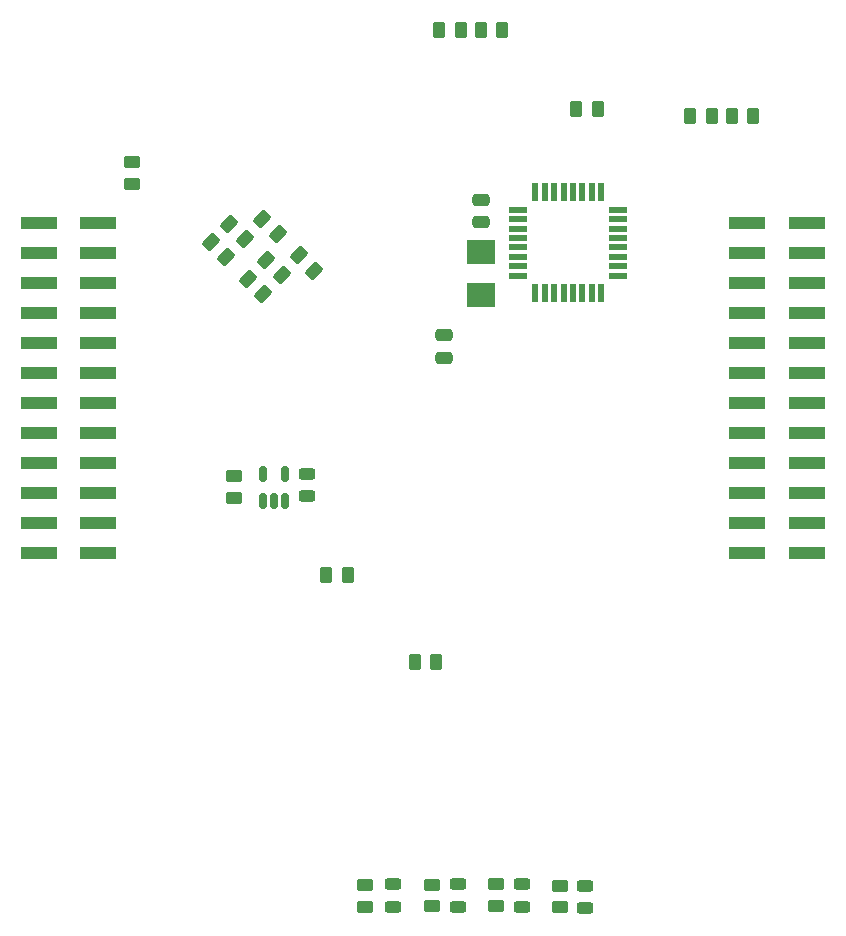
<source format=gbr>
%TF.GenerationSoftware,KiCad,Pcbnew,6.0.1*%
%TF.CreationDate,2022-02-10T21:42:24-06:00*%
%TF.ProjectId,POWER,504f5745-522e-46b6-9963-61645f706362,rev?*%
%TF.SameCoordinates,Original*%
%TF.FileFunction,Paste,Top*%
%TF.FilePolarity,Positive*%
%FSLAX46Y46*%
G04 Gerber Fmt 4.6, Leading zero omitted, Abs format (unit mm)*
G04 Created by KiCad (PCBNEW 6.0.1) date 2022-02-10 21:42:24*
%MOMM*%
%LPD*%
G01*
G04 APERTURE LIST*
G04 Aperture macros list*
%AMRoundRect*
0 Rectangle with rounded corners*
0 $1 Rounding radius*
0 $2 $3 $4 $5 $6 $7 $8 $9 X,Y pos of 4 corners*
0 Add a 4 corners polygon primitive as box body*
4,1,4,$2,$3,$4,$5,$6,$7,$8,$9,$2,$3,0*
0 Add four circle primitives for the rounded corners*
1,1,$1+$1,$2,$3*
1,1,$1+$1,$4,$5*
1,1,$1+$1,$6,$7*
1,1,$1+$1,$8,$9*
0 Add four rect primitives between the rounded corners*
20,1,$1+$1,$2,$3,$4,$5,0*
20,1,$1+$1,$4,$5,$6,$7,0*
20,1,$1+$1,$6,$7,$8,$9,0*
20,1,$1+$1,$8,$9,$2,$3,0*%
G04 Aperture macros list end*
%ADD10RoundRect,0.243750X-0.456250X0.243750X-0.456250X-0.243750X0.456250X-0.243750X0.456250X0.243750X0*%
%ADD11RoundRect,0.243750X0.456250X-0.243750X0.456250X0.243750X-0.456250X0.243750X-0.456250X-0.243750X0*%
%ADD12R,3.150000X1.000000*%
%ADD13RoundRect,0.250000X0.503814X0.132583X0.132583X0.503814X-0.503814X-0.132583X-0.132583X-0.503814X0*%
%ADD14RoundRect,0.250000X-0.475000X0.250000X-0.475000X-0.250000X0.475000X-0.250000X0.475000X0.250000X0*%
%ADD15RoundRect,0.250000X0.450000X-0.262500X0.450000X0.262500X-0.450000X0.262500X-0.450000X-0.262500X0*%
%ADD16RoundRect,0.250000X0.262500X0.450000X-0.262500X0.450000X-0.262500X-0.450000X0.262500X-0.450000X0*%
%ADD17R,1.600000X0.550000*%
%ADD18R,0.550000X1.600000*%
%ADD19RoundRect,0.250000X-0.262500X-0.450000X0.262500X-0.450000X0.262500X0.450000X-0.262500X0.450000X0*%
%ADD20RoundRect,0.250000X-0.450000X0.262500X-0.450000X-0.262500X0.450000X-0.262500X0.450000X0.262500X0*%
%ADD21RoundRect,0.250000X0.475000X-0.250000X0.475000X0.250000X-0.475000X0.250000X-0.475000X-0.250000X0*%
%ADD22RoundRect,0.150000X0.150000X-0.512500X0.150000X0.512500X-0.150000X0.512500X-0.150000X-0.512500X0*%
%ADD23R,2.400000X2.000000*%
G04 APERTURE END LIST*
D10*
%TO.C,D5*%
X86140000Y-162040000D03*
X86140000Y-163915000D03*
%TD*%
D11*
%TO.C,D3*%
X80800000Y-163907500D03*
X80800000Y-162032500D03*
%TD*%
D12*
%TO.C,J1*%
X110316000Y-133950000D03*
X105266000Y-133950000D03*
X110316000Y-131410000D03*
X105266000Y-131410000D03*
X110316000Y-128870000D03*
X105266000Y-128870000D03*
X110316000Y-126330000D03*
X105266000Y-126330000D03*
X110316000Y-123790000D03*
X105266000Y-123790000D03*
X110316000Y-121250000D03*
X105266000Y-121250000D03*
X110316000Y-118710000D03*
X105266000Y-118710000D03*
X110316000Y-116170000D03*
X105266000Y-116170000D03*
X110316000Y-113630000D03*
X105266000Y-113630000D03*
X110316000Y-111090000D03*
X105266000Y-111090000D03*
X110316000Y-108550000D03*
X105266000Y-108550000D03*
X110316000Y-106010000D03*
X105266000Y-106010000D03*
%TD*%
D11*
%TO.C,D2*%
X75230000Y-163907500D03*
X75230000Y-162032500D03*
%TD*%
D13*
%TO.C,R3*%
X65836235Y-110425235D03*
X64545765Y-109134765D03*
%TD*%
D14*
%TO.C,C1*%
X79600000Y-115550000D03*
X79600000Y-117450000D03*
%TD*%
D15*
%TO.C,R20*%
X89370000Y-163962500D03*
X89370000Y-162137500D03*
%TD*%
D13*
%TO.C,R10*%
X65481470Y-106970470D03*
X64191000Y-105680000D03*
%TD*%
D16*
%TO.C,R6*%
X102262500Y-97010000D03*
X100437500Y-97010000D03*
%TD*%
D17*
%TO.C,U2*%
X85850000Y-104900000D03*
X85850000Y-105700000D03*
X85850000Y-106500000D03*
X85850000Y-107300000D03*
X85850000Y-108100000D03*
X85850000Y-108900000D03*
X85850000Y-109700000D03*
X85850000Y-110500000D03*
D18*
X87300000Y-111950000D03*
X88100000Y-111950000D03*
X88900000Y-111950000D03*
X89700000Y-111950000D03*
X90500000Y-111950000D03*
X91300000Y-111950000D03*
X92100000Y-111950000D03*
X92900000Y-111950000D03*
D17*
X94350000Y-110500000D03*
X94350000Y-109700000D03*
X94350000Y-108900000D03*
X94350000Y-108100000D03*
X94350000Y-107300000D03*
X94350000Y-106500000D03*
X94350000Y-105700000D03*
X94350000Y-104900000D03*
D18*
X92900000Y-103450000D03*
X92100000Y-103450000D03*
X91300000Y-103450000D03*
X90500000Y-103450000D03*
X89700000Y-103450000D03*
X88900000Y-103450000D03*
X88100000Y-103450000D03*
X87300000Y-103450000D03*
%TD*%
D15*
%TO.C,R16*%
X72930000Y-163912500D03*
X72930000Y-162087500D03*
%TD*%
D10*
%TO.C,D4*%
X91490000Y-162150000D03*
X91490000Y-164025000D03*
%TD*%
D11*
%TO.C,D1*%
X68000000Y-129137500D03*
X68000000Y-127262500D03*
%TD*%
D13*
%TO.C,R2*%
X61136235Y-108925235D03*
X59845765Y-107634765D03*
%TD*%
D19*
%TO.C,R23*%
X90780000Y-96380000D03*
X92605000Y-96380000D03*
%TD*%
D20*
%TO.C,R13*%
X61800000Y-127487500D03*
X61800000Y-129312500D03*
%TD*%
D21*
%TO.C,C2*%
X82700000Y-105950000D03*
X82700000Y-104050000D03*
%TD*%
D19*
%TO.C,R8*%
X82687500Y-89700000D03*
X84512500Y-89700000D03*
%TD*%
D22*
%TO.C,U1*%
X64250000Y-129537500D03*
X65200000Y-129537500D03*
X66150000Y-129537500D03*
X66150000Y-127262500D03*
X64250000Y-127262500D03*
%TD*%
D19*
%TO.C,R22*%
X69587500Y-135800000D03*
X71412500Y-135800000D03*
%TD*%
%TO.C,R7*%
X79187500Y-89700000D03*
X81012500Y-89700000D03*
%TD*%
D13*
%TO.C,R9*%
X68581470Y-110070470D03*
X67291000Y-108780000D03*
%TD*%
%TO.C,R4*%
X62691000Y-107380000D03*
X61400530Y-106089530D03*
%TD*%
D16*
%TO.C,R5*%
X105762500Y-97010000D03*
X103937500Y-97010000D03*
%TD*%
D20*
%TO.C,R21*%
X84010000Y-162040000D03*
X84010000Y-163865000D03*
%TD*%
D23*
%TO.C,Y1*%
X82700000Y-112150000D03*
X82700000Y-108450000D03*
%TD*%
D12*
%TO.C,J3*%
X45266000Y-106010000D03*
X50316000Y-106010000D03*
X45266000Y-108550000D03*
X50316000Y-108550000D03*
X45266000Y-111090000D03*
X50316000Y-111090000D03*
X45266000Y-113630000D03*
X50316000Y-113630000D03*
X45266000Y-116170000D03*
X50316000Y-116170000D03*
X45266000Y-118710000D03*
X50316000Y-118710000D03*
X45266000Y-121250000D03*
X50316000Y-121250000D03*
X45266000Y-123790000D03*
X50316000Y-123790000D03*
X45266000Y-126330000D03*
X50316000Y-126330000D03*
X45266000Y-128870000D03*
X50316000Y-128870000D03*
X45266000Y-131410000D03*
X50316000Y-131410000D03*
X45266000Y-133950000D03*
X50316000Y-133950000D03*
%TD*%
D20*
%TO.C,R15*%
X53160000Y-100905000D03*
X53160000Y-102730000D03*
%TD*%
D15*
%TO.C,R17*%
X78550000Y-163882500D03*
X78550000Y-162057500D03*
%TD*%
D16*
%TO.C,R19*%
X78912500Y-143200000D03*
X77087500Y-143200000D03*
%TD*%
D13*
%TO.C,R1*%
X64236235Y-112025235D03*
X62945765Y-110734765D03*
%TD*%
M02*

</source>
